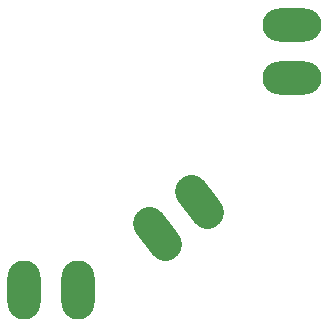
<source format=gbr>
From 6af42b0c5a60b139d8f28cfd25ce0983949c71a2 Mon Sep 17 00:00:00 2001
From: jaseg <git@jaseg.net>
Date: Tue, 27 Nov 2018 11:01:29 +0900
Subject: Add corner gerber exports

---
 corner/gerber/corner-B.Paste.gbr | 41 ++++++++++++++++++++++++++++++++++++++++
 1 file changed, 41 insertions(+)
 create mode 100644 corner/gerber/corner-B.Paste.gbr

(limited to 'corner/gerber/corner-B.Paste.gbr')

diff --git a/corner/gerber/corner-B.Paste.gbr b/corner/gerber/corner-B.Paste.gbr
new file mode 100644
index 0000000..cd64b59
--- /dev/null
+++ b/corner/gerber/corner-B.Paste.gbr
@@ -0,0 +1,41 @@
+G04 #@! TF.GenerationSoftware,KiCad,Pcbnew,(5.0.1)*
+G04 #@! TF.CreationDate,2018-11-27T11:01:09+09:00*
+G04 #@! TF.ProjectId,corner,636F726E65722E6B696361645F706362,rev?*
+G04 #@! TF.SameCoordinates,Original*
+G04 #@! TF.FileFunction,Paste,Bot*
+G04 #@! TF.FilePolarity,Positive*
+%FSLAX46Y46*%
+G04 Gerber Fmt 4.6, Leading zero omitted, Abs format (unit mm)*
+G04 Created by KiCad (PCBNEW (5.0.1)) date Tue Nov 27 11:01:09 2018*
+%MOMM*%
+%LPD*%
+G01*
+G04 APERTURE LIST*
+%ADD10C,2.800000*%
+%ADD11C,2.800000*%
+%ADD12O,5.000000X2.800000*%
+%ADD13O,2.800000X5.000000*%
+G04 APERTURE END LIST*
+D10*
+G04 #@! TO.C,J2*
+X163253070Y-59829084D03*
+D11*
+X163915067Y-60707583D02*
+X162591073Y-58950585D01*
+D10*
+X166846930Y-57120916D03*
+D11*
+X167508927Y-57999415D02*
+X166184933Y-56242417D01*
+G04 #@! TD*
+D12*
+G04 #@! TO.C,J1*
+X174700000Y-42150000D03*
+X174700000Y-46650000D03*
+G04 #@! TD*
+D13*
+G04 #@! TO.C,J3*
+X156550000Y-64600000D03*
+X152050000Y-64600000D03*
+G04 #@! TD*
+M02*
-- 
cgit 


</source>
